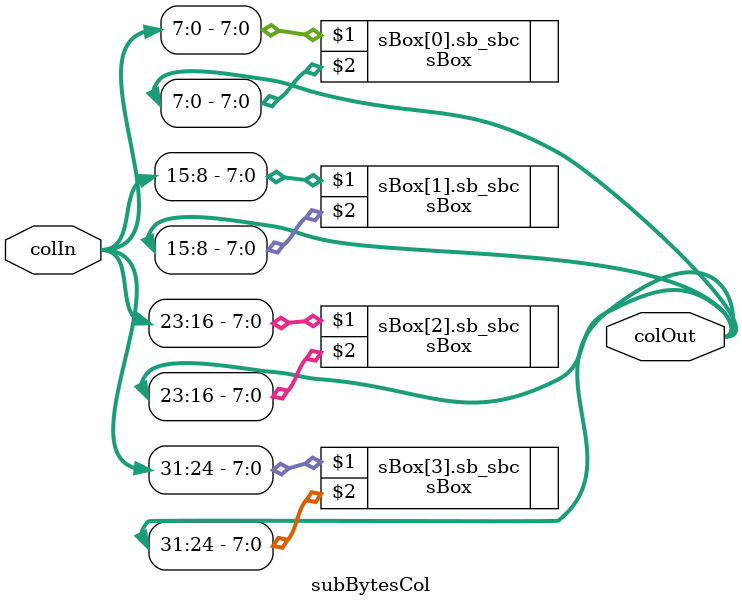
<source format=sv>
`timescale 1ps/1ps
module subBytes (
	input [127:0] state,
	output reg [127:0] state_out
);

	genvar i;
    generate
        for (i=0; i<16; i=i+1) begin : sBox
            sBox sb_sb (state[8*i +: 8], state_out[8*i +: 8]);
        end      
    endgenerate

endmodule

module subBytesCol (
	input [31:0] colIn,
	output reg [31:0] colOut
);

    genvar i;
    generate
    for (i=0; i<4; i=i+1) begin : sBox
	    sBox sb_sbc (colIn[8*i +: 8], colOut[8*i +: 8]);
    end
    endgenerate

endmodule
</source>
